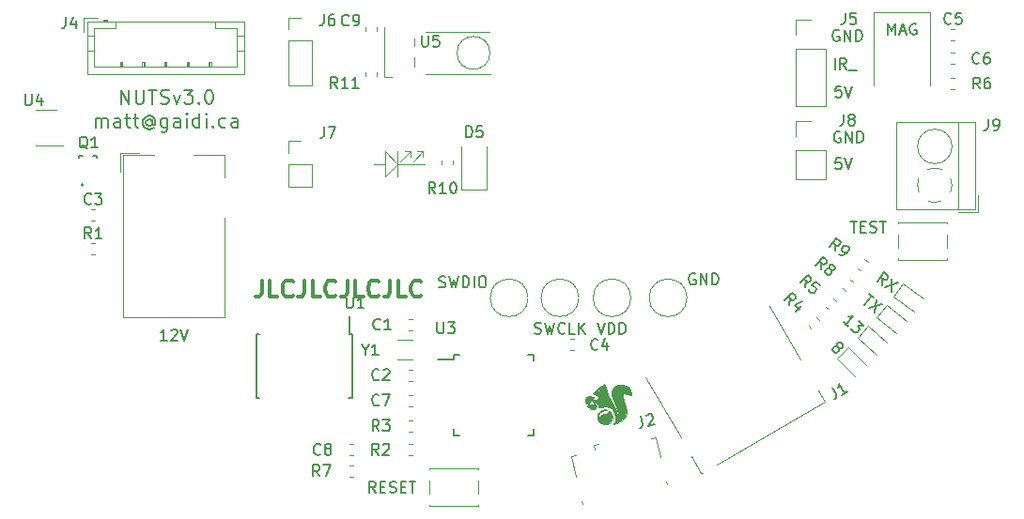
<source format=gbr>
G04 #@! TF.GenerationSoftware,KiCad,Pcbnew,(5.1.5-0-10_14)*
G04 #@! TF.CreationDate,2020-03-25T00:06:53-04:00*
G04 #@! TF.ProjectId,NUTS_PCB,4e555453-5f50-4434-922e-6b696361645f,rev?*
G04 #@! TF.SameCoordinates,Original*
G04 #@! TF.FileFunction,Legend,Top*
G04 #@! TF.FilePolarity,Positive*
%FSLAX46Y46*%
G04 Gerber Fmt 4.6, Leading zero omitted, Abs format (unit mm)*
G04 Created by KiCad (PCBNEW (5.1.5-0-10_14)) date 2020-03-25 00:06:53*
%MOMM*%
%LPD*%
G04 APERTURE LIST*
%ADD10C,0.300000*%
%ADD11C,0.203200*%
%ADD12C,0.150000*%
%ADD13C,0.120000*%
%ADD14C,0.010000*%
%ADD15C,0.127000*%
%ADD16C,0.200000*%
G04 APERTURE END LIST*
D10*
X48951428Y-49851571D02*
X48951428Y-50923000D01*
X48880000Y-51137285D01*
X48737142Y-51280142D01*
X48522857Y-51351571D01*
X48380000Y-51351571D01*
X50380000Y-51351571D02*
X49665714Y-51351571D01*
X49665714Y-49851571D01*
X51737142Y-51208714D02*
X51665714Y-51280142D01*
X51451428Y-51351571D01*
X51308571Y-51351571D01*
X51094285Y-51280142D01*
X50951428Y-51137285D01*
X50880000Y-50994428D01*
X50808571Y-50708714D01*
X50808571Y-50494428D01*
X50880000Y-50208714D01*
X50951428Y-50065857D01*
X51094285Y-49923000D01*
X51308571Y-49851571D01*
X51451428Y-49851571D01*
X51665714Y-49923000D01*
X51737142Y-49994428D01*
X52808571Y-49851571D02*
X52808571Y-50923000D01*
X52737142Y-51137285D01*
X52594285Y-51280142D01*
X52380000Y-51351571D01*
X52237142Y-51351571D01*
X54237142Y-51351571D02*
X53522857Y-51351571D01*
X53522857Y-49851571D01*
X55594285Y-51208714D02*
X55522857Y-51280142D01*
X55308571Y-51351571D01*
X55165714Y-51351571D01*
X54951428Y-51280142D01*
X54808571Y-51137285D01*
X54737142Y-50994428D01*
X54665714Y-50708714D01*
X54665714Y-50494428D01*
X54737142Y-50208714D01*
X54808571Y-50065857D01*
X54951428Y-49923000D01*
X55165714Y-49851571D01*
X55308571Y-49851571D01*
X55522857Y-49923000D01*
X55594285Y-49994428D01*
X56665714Y-49851571D02*
X56665714Y-50923000D01*
X56594285Y-51137285D01*
X56451428Y-51280142D01*
X56237142Y-51351571D01*
X56094285Y-51351571D01*
X58094285Y-51351571D02*
X57380000Y-51351571D01*
X57380000Y-49851571D01*
X59451428Y-51208714D02*
X59380000Y-51280142D01*
X59165714Y-51351571D01*
X59022857Y-51351571D01*
X58808571Y-51280142D01*
X58665714Y-51137285D01*
X58594285Y-50994428D01*
X58522857Y-50708714D01*
X58522857Y-50494428D01*
X58594285Y-50208714D01*
X58665714Y-50065857D01*
X58808571Y-49923000D01*
X59022857Y-49851571D01*
X59165714Y-49851571D01*
X59380000Y-49923000D01*
X59451428Y-49994428D01*
X60522857Y-49851571D02*
X60522857Y-50923000D01*
X60451428Y-51137285D01*
X60308571Y-51280142D01*
X60094285Y-51351571D01*
X59951428Y-51351571D01*
X61951428Y-51351571D02*
X61237142Y-51351571D01*
X61237142Y-49851571D01*
X63308571Y-51208714D02*
X63237142Y-51280142D01*
X63022857Y-51351571D01*
X62880000Y-51351571D01*
X62665714Y-51280142D01*
X62522857Y-51137285D01*
X62451428Y-50994428D01*
X62380000Y-50708714D01*
X62380000Y-50494428D01*
X62451428Y-50208714D01*
X62522857Y-50065857D01*
X62665714Y-49923000D01*
X62880000Y-49851571D01*
X63022857Y-49851571D01*
X63237142Y-49923000D01*
X63308571Y-49994428D01*
D11*
X36273619Y-33937423D02*
X36273619Y-32667423D01*
X36999333Y-33937423D01*
X36999333Y-32667423D01*
X37604095Y-32667423D02*
X37604095Y-33695519D01*
X37664571Y-33816471D01*
X37725047Y-33876947D01*
X37846000Y-33937423D01*
X38087904Y-33937423D01*
X38208857Y-33876947D01*
X38269333Y-33816471D01*
X38329809Y-33695519D01*
X38329809Y-32667423D01*
X38753142Y-32667423D02*
X39478857Y-32667423D01*
X39116000Y-33937423D02*
X39116000Y-32667423D01*
X39841714Y-33876947D02*
X40023142Y-33937423D01*
X40325523Y-33937423D01*
X40446476Y-33876947D01*
X40506952Y-33816471D01*
X40567428Y-33695519D01*
X40567428Y-33574566D01*
X40506952Y-33453614D01*
X40446476Y-33393138D01*
X40325523Y-33332661D01*
X40083619Y-33272185D01*
X39962666Y-33211709D01*
X39902190Y-33151233D01*
X39841714Y-33030280D01*
X39841714Y-32909328D01*
X39902190Y-32788376D01*
X39962666Y-32727900D01*
X40083619Y-32667423D01*
X40386000Y-32667423D01*
X40567428Y-32727900D01*
X40990761Y-33090757D02*
X41293142Y-33937423D01*
X41595523Y-33090757D01*
X41958380Y-32667423D02*
X42744571Y-32667423D01*
X42321238Y-33151233D01*
X42502666Y-33151233D01*
X42623619Y-33211709D01*
X42684095Y-33272185D01*
X42744571Y-33393138D01*
X42744571Y-33695519D01*
X42684095Y-33816471D01*
X42623619Y-33876947D01*
X42502666Y-33937423D01*
X42139809Y-33937423D01*
X42018857Y-33876947D01*
X41958380Y-33816471D01*
X43288857Y-33816471D02*
X43349333Y-33876947D01*
X43288857Y-33937423D01*
X43228380Y-33876947D01*
X43288857Y-33816471D01*
X43288857Y-33937423D01*
X44135523Y-32667423D02*
X44256476Y-32667423D01*
X44377428Y-32727900D01*
X44437904Y-32788376D01*
X44498380Y-32909328D01*
X44558857Y-33151233D01*
X44558857Y-33453614D01*
X44498380Y-33695519D01*
X44437904Y-33816471D01*
X44377428Y-33876947D01*
X44256476Y-33937423D01*
X44135523Y-33937423D01*
X44014571Y-33876947D01*
X43954095Y-33816471D01*
X43893619Y-33695519D01*
X43833142Y-33453614D01*
X43833142Y-33151233D01*
X43893619Y-32909328D01*
X43954095Y-32788376D01*
X44014571Y-32727900D01*
X44135523Y-32667423D01*
X33975523Y-36045623D02*
X33975523Y-35198957D01*
X33975523Y-35319909D02*
X34036000Y-35259433D01*
X34156952Y-35198957D01*
X34338380Y-35198957D01*
X34459333Y-35259433D01*
X34519809Y-35380385D01*
X34519809Y-36045623D01*
X34519809Y-35380385D02*
X34580285Y-35259433D01*
X34701238Y-35198957D01*
X34882666Y-35198957D01*
X35003619Y-35259433D01*
X35064095Y-35380385D01*
X35064095Y-36045623D01*
X36213142Y-36045623D02*
X36213142Y-35380385D01*
X36152666Y-35259433D01*
X36031714Y-35198957D01*
X35789809Y-35198957D01*
X35668857Y-35259433D01*
X36213142Y-35985147D02*
X36092190Y-36045623D01*
X35789809Y-36045623D01*
X35668857Y-35985147D01*
X35608380Y-35864195D01*
X35608380Y-35743242D01*
X35668857Y-35622290D01*
X35789809Y-35561814D01*
X36092190Y-35561814D01*
X36213142Y-35501338D01*
X36636476Y-35198957D02*
X37120285Y-35198957D01*
X36817904Y-34775623D02*
X36817904Y-35864195D01*
X36878380Y-35985147D01*
X36999333Y-36045623D01*
X37120285Y-36045623D01*
X37362190Y-35198957D02*
X37846000Y-35198957D01*
X37543619Y-34775623D02*
X37543619Y-35864195D01*
X37604095Y-35985147D01*
X37725047Y-36045623D01*
X37846000Y-36045623D01*
X39055523Y-35440861D02*
X38995047Y-35380385D01*
X38874095Y-35319909D01*
X38753142Y-35319909D01*
X38632190Y-35380385D01*
X38571714Y-35440861D01*
X38511238Y-35561814D01*
X38511238Y-35682766D01*
X38571714Y-35803719D01*
X38632190Y-35864195D01*
X38753142Y-35924671D01*
X38874095Y-35924671D01*
X38995047Y-35864195D01*
X39055523Y-35803719D01*
X39055523Y-35319909D02*
X39055523Y-35803719D01*
X39116000Y-35864195D01*
X39176476Y-35864195D01*
X39297428Y-35803719D01*
X39357904Y-35682766D01*
X39357904Y-35380385D01*
X39236952Y-35198957D01*
X39055523Y-35078004D01*
X38813619Y-35017528D01*
X38571714Y-35078004D01*
X38390285Y-35198957D01*
X38269333Y-35380385D01*
X38208857Y-35622290D01*
X38269333Y-35864195D01*
X38390285Y-36045623D01*
X38571714Y-36166576D01*
X38813619Y-36227052D01*
X39055523Y-36166576D01*
X39236952Y-36045623D01*
X40446476Y-35198957D02*
X40446476Y-36227052D01*
X40386000Y-36348004D01*
X40325523Y-36408480D01*
X40204571Y-36468957D01*
X40023142Y-36468957D01*
X39902190Y-36408480D01*
X40446476Y-35985147D02*
X40325523Y-36045623D01*
X40083619Y-36045623D01*
X39962666Y-35985147D01*
X39902190Y-35924671D01*
X39841714Y-35803719D01*
X39841714Y-35440861D01*
X39902190Y-35319909D01*
X39962666Y-35259433D01*
X40083619Y-35198957D01*
X40325523Y-35198957D01*
X40446476Y-35259433D01*
X41595523Y-36045623D02*
X41595523Y-35380385D01*
X41535047Y-35259433D01*
X41414095Y-35198957D01*
X41172190Y-35198957D01*
X41051238Y-35259433D01*
X41595523Y-35985147D02*
X41474571Y-36045623D01*
X41172190Y-36045623D01*
X41051238Y-35985147D01*
X40990761Y-35864195D01*
X40990761Y-35743242D01*
X41051238Y-35622290D01*
X41172190Y-35561814D01*
X41474571Y-35561814D01*
X41595523Y-35501338D01*
X42200285Y-36045623D02*
X42200285Y-35198957D01*
X42200285Y-34775623D02*
X42139809Y-34836100D01*
X42200285Y-34896576D01*
X42260761Y-34836100D01*
X42200285Y-34775623D01*
X42200285Y-34896576D01*
X43349333Y-36045623D02*
X43349333Y-34775623D01*
X43349333Y-35985147D02*
X43228380Y-36045623D01*
X42986476Y-36045623D01*
X42865523Y-35985147D01*
X42805047Y-35924671D01*
X42744571Y-35803719D01*
X42744571Y-35440861D01*
X42805047Y-35319909D01*
X42865523Y-35259433D01*
X42986476Y-35198957D01*
X43228380Y-35198957D01*
X43349333Y-35259433D01*
X43954095Y-36045623D02*
X43954095Y-35198957D01*
X43954095Y-34775623D02*
X43893619Y-34836100D01*
X43954095Y-34896576D01*
X44014571Y-34836100D01*
X43954095Y-34775623D01*
X43954095Y-34896576D01*
X44558857Y-35924671D02*
X44619333Y-35985147D01*
X44558857Y-36045623D01*
X44498380Y-35985147D01*
X44558857Y-35924671D01*
X44558857Y-36045623D01*
X45707904Y-35985147D02*
X45586952Y-36045623D01*
X45345047Y-36045623D01*
X45224095Y-35985147D01*
X45163619Y-35924671D01*
X45103142Y-35803719D01*
X45103142Y-35440861D01*
X45163619Y-35319909D01*
X45224095Y-35259433D01*
X45345047Y-35198957D01*
X45586952Y-35198957D01*
X45707904Y-35259433D01*
X46796476Y-36045623D02*
X46796476Y-35380385D01*
X46736000Y-35259433D01*
X46615047Y-35198957D01*
X46373142Y-35198957D01*
X46252190Y-35259433D01*
X46796476Y-35985147D02*
X46675523Y-36045623D01*
X46373142Y-36045623D01*
X46252190Y-35985147D01*
X46191714Y-35864195D01*
X46191714Y-35743242D01*
X46252190Y-35622290D01*
X46373142Y-35561814D01*
X46675523Y-35561814D01*
X46796476Y-35501338D01*
D12*
X101155523Y-38822380D02*
X100679333Y-38822380D01*
X100631714Y-39298571D01*
X100679333Y-39250952D01*
X100774571Y-39203333D01*
X101012666Y-39203333D01*
X101107904Y-39250952D01*
X101155523Y-39298571D01*
X101203142Y-39393809D01*
X101203142Y-39631904D01*
X101155523Y-39727142D01*
X101107904Y-39774761D01*
X101012666Y-39822380D01*
X100774571Y-39822380D01*
X100679333Y-39774761D01*
X100631714Y-39727142D01*
X101488857Y-38822380D02*
X101822190Y-39822380D01*
X102155523Y-38822380D01*
X101092095Y-36457000D02*
X100996857Y-36409380D01*
X100854000Y-36409380D01*
X100711142Y-36457000D01*
X100615904Y-36552238D01*
X100568285Y-36647476D01*
X100520666Y-36837952D01*
X100520666Y-36980809D01*
X100568285Y-37171285D01*
X100615904Y-37266523D01*
X100711142Y-37361761D01*
X100854000Y-37409380D01*
X100949238Y-37409380D01*
X101092095Y-37361761D01*
X101139714Y-37314142D01*
X101139714Y-36980809D01*
X100949238Y-36980809D01*
X101568285Y-37409380D02*
X101568285Y-36409380D01*
X102139714Y-37409380D01*
X102139714Y-36409380D01*
X102615904Y-37409380D02*
X102615904Y-36409380D01*
X102854000Y-36409380D01*
X102996857Y-36457000D01*
X103092095Y-36552238D01*
X103139714Y-36647476D01*
X103187333Y-36837952D01*
X103187333Y-36980809D01*
X103139714Y-37171285D01*
X103092095Y-37266523D01*
X102996857Y-37361761D01*
X102854000Y-37409380D01*
X102615904Y-37409380D01*
X101155523Y-32345380D02*
X100679333Y-32345380D01*
X100631714Y-32821571D01*
X100679333Y-32773952D01*
X100774571Y-32726333D01*
X101012666Y-32726333D01*
X101107904Y-32773952D01*
X101155523Y-32821571D01*
X101203142Y-32916809D01*
X101203142Y-33154904D01*
X101155523Y-33250142D01*
X101107904Y-33297761D01*
X101012666Y-33345380D01*
X100774571Y-33345380D01*
X100679333Y-33297761D01*
X100631714Y-33250142D01*
X101488857Y-32345380D02*
X101822190Y-33345380D01*
X102155523Y-32345380D01*
X100592047Y-30805380D02*
X100592047Y-29805380D01*
X101639666Y-30805380D02*
X101306333Y-30329190D01*
X101068238Y-30805380D02*
X101068238Y-29805380D01*
X101449190Y-29805380D01*
X101544428Y-29853000D01*
X101592047Y-29900619D01*
X101639666Y-29995857D01*
X101639666Y-30138714D01*
X101592047Y-30233952D01*
X101544428Y-30281571D01*
X101449190Y-30329190D01*
X101068238Y-30329190D01*
X101830142Y-30900619D02*
X102592047Y-30900619D01*
D13*
X63500000Y-38227000D02*
X63500000Y-38735000D01*
X63500000Y-38227000D02*
X62992000Y-38227000D01*
X62611000Y-39116000D02*
X63500000Y-38227000D01*
X61214000Y-39370000D02*
X63627000Y-39370000D01*
X62357000Y-38227000D02*
X62357000Y-38735000D01*
X62357000Y-38227000D02*
X61849000Y-38227000D01*
X61468000Y-39116000D02*
X62357000Y-38227000D01*
X61214000Y-38227000D02*
X61214000Y-40513000D01*
X61214000Y-39370000D02*
X60071000Y-38227000D01*
X60071000Y-40513000D02*
X61214000Y-39370000D01*
X60071000Y-38227000D02*
X60071000Y-40513000D01*
X59055000Y-39370000D02*
X60071000Y-39370000D01*
X69596000Y-31242000D02*
X63754000Y-31242000D01*
X63754000Y-27432000D02*
X69469000Y-27432000D01*
X69510123Y-29337000D02*
G75*
G03X69510123Y-29337000I-1481062J0D01*
G01*
D12*
X100965095Y-27313000D02*
X100869857Y-27265380D01*
X100727000Y-27265380D01*
X100584142Y-27313000D01*
X100488904Y-27408238D01*
X100441285Y-27503476D01*
X100393666Y-27693952D01*
X100393666Y-27836809D01*
X100441285Y-28027285D01*
X100488904Y-28122523D01*
X100584142Y-28217761D01*
X100727000Y-28265380D01*
X100822238Y-28265380D01*
X100965095Y-28217761D01*
X101012714Y-28170142D01*
X101012714Y-27836809D01*
X100822238Y-27836809D01*
X101441285Y-28265380D02*
X101441285Y-27265380D01*
X102012714Y-28265380D01*
X102012714Y-27265380D01*
X102488904Y-28265380D02*
X102488904Y-27265380D01*
X102727000Y-27265380D01*
X102869857Y-27313000D01*
X102965095Y-27408238D01*
X103012714Y-27503476D01*
X103060333Y-27693952D01*
X103060333Y-27836809D01*
X103012714Y-28027285D01*
X102965095Y-28122523D01*
X102869857Y-28217761D01*
X102727000Y-28265380D01*
X102488904Y-28265380D01*
X105392695Y-27681180D02*
X105392695Y-26681180D01*
X105726028Y-27395466D01*
X106059361Y-26681180D01*
X106059361Y-27681180D01*
X106487933Y-27395466D02*
X106964123Y-27395466D01*
X106392695Y-27681180D02*
X106726028Y-26681180D01*
X107059361Y-27681180D01*
X107916504Y-26728800D02*
X107821266Y-26681180D01*
X107678409Y-26681180D01*
X107535552Y-26728800D01*
X107440314Y-26824038D01*
X107392695Y-26919276D01*
X107345076Y-27109752D01*
X107345076Y-27252609D01*
X107392695Y-27443085D01*
X107440314Y-27538323D01*
X107535552Y-27633561D01*
X107678409Y-27681180D01*
X107773647Y-27681180D01*
X107916504Y-27633561D01*
X107964123Y-27585942D01*
X107964123Y-27252609D01*
X107773647Y-27252609D01*
D13*
X109194600Y-25704800D02*
X109194600Y-32308800D01*
X104114600Y-25704800D02*
X109194600Y-25704800D01*
X104114600Y-32308800D02*
X104114600Y-25704800D01*
X97095000Y-35500000D02*
X98425000Y-35500000D01*
X97095000Y-36830000D02*
X97095000Y-35500000D01*
X97095000Y-38100000D02*
X99755000Y-38100000D01*
X99755000Y-38100000D02*
X99755000Y-40700000D01*
X97095000Y-38100000D02*
X97095000Y-40700000D01*
X97095000Y-40700000D02*
X99755000Y-40700000D01*
X97095000Y-26356000D02*
X98425000Y-26356000D01*
X97095000Y-27686000D02*
X97095000Y-26356000D01*
X97095000Y-28956000D02*
X99755000Y-28956000D01*
X99755000Y-28956000D02*
X99755000Y-34096000D01*
X97095000Y-28956000D02*
X97095000Y-34096000D01*
X97095000Y-34096000D02*
X99755000Y-34096000D01*
X106326400Y-48012400D02*
X110726400Y-48012400D01*
X110726400Y-48012400D02*
X110726400Y-47892400D01*
X110726400Y-46882400D02*
X110726400Y-45742400D01*
X110726400Y-44732400D02*
X110726400Y-44612400D01*
X110726400Y-44612400D02*
X106326400Y-44612400D01*
X106326400Y-44612400D02*
X106326400Y-44732400D01*
X106326400Y-45742400D02*
X106326400Y-46882400D01*
X106326400Y-47892400D02*
X106326400Y-48012400D01*
X113501000Y-43675000D02*
X113501000Y-42175000D01*
X111761000Y-43675000D02*
X113501000Y-43675000D01*
X106141000Y-35615000D02*
X113261000Y-35615000D01*
X106141000Y-43435000D02*
X113261000Y-43435000D01*
X113261000Y-43435000D02*
X113261000Y-35615000D01*
X106141000Y-43435000D02*
X106141000Y-35615000D01*
X111701000Y-43435000D02*
X111701000Y-35615000D01*
X111156000Y-37775000D02*
G75*
G03X111156000Y-37775000I-1555000J0D01*
G01*
X111156492Y-41247989D02*
G75*
G02X111033000Y-41883000I-1555492J-27011D01*
G01*
X110208742Y-42707109D02*
G75*
G02X108993000Y-42707000I-607742J1432109D01*
G01*
X108168891Y-41882742D02*
G75*
G02X108169000Y-40667000I1432109J607742D01*
G01*
X108993258Y-39842891D02*
G75*
G02X110209000Y-39843000I607742J-1432109D01*
G01*
X111032385Y-40667413D02*
G75*
G02X111156000Y-41275000I-1431385J-607587D01*
G01*
D14*
G36*
X78755614Y-60346758D02*
G01*
X78893797Y-60401159D01*
X78903120Y-60471890D01*
X78778713Y-60537816D01*
X78614261Y-60656297D01*
X78525579Y-60797911D01*
X78405601Y-60953517D01*
X78244824Y-60999115D01*
X78105122Y-60925860D01*
X78069684Y-60863089D01*
X78078546Y-60695190D01*
X78145477Y-60581051D01*
X78224917Y-60448605D01*
X78218074Y-60381629D01*
X78256329Y-60347053D01*
X78419464Y-60327014D01*
X78509226Y-60325000D01*
X78755614Y-60346758D01*
G37*
X78755614Y-60346758D02*
X78893797Y-60401159D01*
X78903120Y-60471890D01*
X78778713Y-60537816D01*
X78614261Y-60656297D01*
X78525579Y-60797911D01*
X78405601Y-60953517D01*
X78244824Y-60999115D01*
X78105122Y-60925860D01*
X78069684Y-60863089D01*
X78078546Y-60695190D01*
X78145477Y-60581051D01*
X78224917Y-60448605D01*
X78218074Y-60381629D01*
X78256329Y-60347053D01*
X78419464Y-60327014D01*
X78509226Y-60325000D01*
X78755614Y-60346758D01*
G36*
X79048471Y-61057478D02*
G01*
X79086598Y-61119470D01*
X79079569Y-61301792D01*
X78956068Y-61453139D01*
X78781346Y-61510333D01*
X78609583Y-61459256D01*
X78431880Y-61348288D01*
X78302303Y-61216553D01*
X78310009Y-61126742D01*
X78466645Y-61064289D01*
X78689133Y-61026607D01*
X78926212Y-61011691D01*
X79048471Y-61057478D01*
G37*
X79048471Y-61057478D02*
X79086598Y-61119470D01*
X79079569Y-61301792D01*
X78956068Y-61453139D01*
X78781346Y-61510333D01*
X78609583Y-61459256D01*
X78431880Y-61348288D01*
X78302303Y-61216553D01*
X78310009Y-61126742D01*
X78466645Y-61064289D01*
X78689133Y-61026607D01*
X78926212Y-61011691D01*
X79048471Y-61057478D01*
G36*
X79823863Y-59206712D02*
G01*
X79870948Y-59319639D01*
X79946609Y-59544509D01*
X80031012Y-59830942D01*
X80053000Y-59912305D01*
X80150943Y-60176114D01*
X80311771Y-60504170D01*
X80489999Y-60808184D01*
X80675148Y-61133725D01*
X80814284Y-61451882D01*
X80875147Y-61674269D01*
X80919656Y-61874138D01*
X80976735Y-61968648D01*
X80997178Y-61967649D01*
X81042020Y-61846753D01*
X81014577Y-61608820D01*
X80922619Y-61286026D01*
X80773920Y-60910548D01*
X80707220Y-60767077D01*
X80575964Y-60454316D01*
X80486037Y-60160172D01*
X80457784Y-59962743D01*
X80541913Y-59671165D01*
X80751131Y-59444297D01*
X81047779Y-59300075D01*
X81394201Y-59256433D01*
X81752739Y-59331309D01*
X81769325Y-59338074D01*
X81985647Y-59460888D01*
X82110517Y-59640118D01*
X82169577Y-59819142D01*
X82220392Y-60042280D01*
X82235725Y-60185808D01*
X82229898Y-60207658D01*
X82137875Y-60200039D01*
X81949877Y-60138782D01*
X81874525Y-60108653D01*
X81643682Y-60036942D01*
X81494750Y-60039254D01*
X81478651Y-60050149D01*
X81467501Y-60165926D01*
X81518546Y-60398711D01*
X81616793Y-60692873D01*
X81785872Y-61263664D01*
X81821215Y-61736935D01*
X81718826Y-62123982D01*
X81474707Y-62436104D01*
X81084863Y-62684597D01*
X80881756Y-62770794D01*
X80669612Y-62851451D01*
X80778573Y-62540726D01*
X80844140Y-62141245D01*
X80766557Y-61786980D01*
X80570497Y-61500575D01*
X80280633Y-61304674D01*
X79921637Y-61221923D01*
X79518183Y-61274967D01*
X79431936Y-61304779D01*
X79321064Y-61287084D01*
X79275904Y-61156973D01*
X79184686Y-60983181D01*
X78972834Y-60878991D01*
X78762915Y-60794145D01*
X78708978Y-60719759D01*
X78812874Y-60672328D01*
X78948688Y-60663667D01*
X79190679Y-60602647D01*
X79289292Y-60496279D01*
X79326975Y-60380159D01*
X79264573Y-60295015D01*
X79071763Y-60200578D01*
X79064263Y-60197438D01*
X78749651Y-60065985D01*
X78998984Y-59817000D01*
X79163334Y-59817000D01*
X79182527Y-59889483D01*
X79243003Y-59901667D01*
X79358846Y-59857462D01*
X79375000Y-59817000D01*
X79314233Y-59734757D01*
X79295330Y-59732333D01*
X79180663Y-59793877D01*
X79163334Y-59817000D01*
X78998984Y-59817000D01*
X79083492Y-59732611D01*
X79285171Y-59547790D01*
X79450348Y-59425517D01*
X79518960Y-59396452D01*
X79640245Y-59328240D01*
X79703506Y-59245500D01*
X79769346Y-59158394D01*
X79823863Y-59206712D01*
G37*
X79823863Y-59206712D02*
X79870948Y-59319639D01*
X79946609Y-59544509D01*
X80031012Y-59830942D01*
X80053000Y-59912305D01*
X80150943Y-60176114D01*
X80311771Y-60504170D01*
X80489999Y-60808184D01*
X80675148Y-61133725D01*
X80814284Y-61451882D01*
X80875147Y-61674269D01*
X80919656Y-61874138D01*
X80976735Y-61968648D01*
X80997178Y-61967649D01*
X81042020Y-61846753D01*
X81014577Y-61608820D01*
X80922619Y-61286026D01*
X80773920Y-60910548D01*
X80707220Y-60767077D01*
X80575964Y-60454316D01*
X80486037Y-60160172D01*
X80457784Y-59962743D01*
X80541913Y-59671165D01*
X80751131Y-59444297D01*
X81047779Y-59300075D01*
X81394201Y-59256433D01*
X81752739Y-59331309D01*
X81769325Y-59338074D01*
X81985647Y-59460888D01*
X82110517Y-59640118D01*
X82169577Y-59819142D01*
X82220392Y-60042280D01*
X82235725Y-60185808D01*
X82229898Y-60207658D01*
X82137875Y-60200039D01*
X81949877Y-60138782D01*
X81874525Y-60108653D01*
X81643682Y-60036942D01*
X81494750Y-60039254D01*
X81478651Y-60050149D01*
X81467501Y-60165926D01*
X81518546Y-60398711D01*
X81616793Y-60692873D01*
X81785872Y-61263664D01*
X81821215Y-61736935D01*
X81718826Y-62123982D01*
X81474707Y-62436104D01*
X81084863Y-62684597D01*
X80881756Y-62770794D01*
X80669612Y-62851451D01*
X80778573Y-62540726D01*
X80844140Y-62141245D01*
X80766557Y-61786980D01*
X80570497Y-61500575D01*
X80280633Y-61304674D01*
X79921637Y-61221923D01*
X79518183Y-61274967D01*
X79431936Y-61304779D01*
X79321064Y-61287084D01*
X79275904Y-61156973D01*
X79184686Y-60983181D01*
X78972834Y-60878991D01*
X78762915Y-60794145D01*
X78708978Y-60719759D01*
X78812874Y-60672328D01*
X78948688Y-60663667D01*
X79190679Y-60602647D01*
X79289292Y-60496279D01*
X79326975Y-60380159D01*
X79264573Y-60295015D01*
X79071763Y-60200578D01*
X79064263Y-60197438D01*
X78749651Y-60065985D01*
X78998984Y-59817000D01*
X79163334Y-59817000D01*
X79182527Y-59889483D01*
X79243003Y-59901667D01*
X79358846Y-59857462D01*
X79375000Y-59817000D01*
X79314233Y-59734757D01*
X79295330Y-59732333D01*
X79180663Y-59793877D01*
X79163334Y-59817000D01*
X78998984Y-59817000D01*
X79083492Y-59732611D01*
X79285171Y-59547790D01*
X79450348Y-59425517D01*
X79518960Y-59396452D01*
X79640245Y-59328240D01*
X79703506Y-59245500D01*
X79769346Y-59158394D01*
X79823863Y-59206712D01*
G36*
X80094667Y-61530368D02*
G01*
X79863347Y-61583850D01*
X79606696Y-61687460D01*
X79400074Y-61847528D01*
X79294812Y-62021414D01*
X79290334Y-62059838D01*
X79331342Y-62175053D01*
X79446780Y-62146010D01*
X79590178Y-62014454D01*
X79812477Y-61877690D01*
X79963133Y-61866287D01*
X80127396Y-61854432D01*
X80168899Y-61752846D01*
X80168690Y-61749862D01*
X80197068Y-61646846D01*
X80284016Y-61663820D01*
X80393903Y-61780061D01*
X80472795Y-61926733D01*
X80528480Y-62235121D01*
X80453250Y-62506741D01*
X80280308Y-62718837D01*
X80042859Y-62848650D01*
X79774107Y-62873422D01*
X79507257Y-62770396D01*
X79389759Y-62669043D01*
X79231818Y-62396387D01*
X79205477Y-62093302D01*
X79308534Y-61815294D01*
X79428752Y-61685812D01*
X79652433Y-61564419D01*
X79873252Y-61520350D01*
X80094667Y-61530368D01*
G37*
X80094667Y-61530368D02*
X79863347Y-61583850D01*
X79606696Y-61687460D01*
X79400074Y-61847528D01*
X79294812Y-62021414D01*
X79290334Y-62059838D01*
X79331342Y-62175053D01*
X79446780Y-62146010D01*
X79590178Y-62014454D01*
X79812477Y-61877690D01*
X79963133Y-61866287D01*
X80127396Y-61854432D01*
X80168899Y-61752846D01*
X80168690Y-61749862D01*
X80197068Y-61646846D01*
X80284016Y-61663820D01*
X80393903Y-61780061D01*
X80472795Y-61926733D01*
X80528480Y-62235121D01*
X80453250Y-62506741D01*
X80280308Y-62718837D01*
X80042859Y-62848650D01*
X79774107Y-62873422D01*
X79507257Y-62770396D01*
X79389759Y-62669043D01*
X79231818Y-62396387D01*
X79205477Y-62093302D01*
X79308534Y-61815294D01*
X79428752Y-61685812D01*
X79652433Y-61564419D01*
X79873252Y-61520350D01*
X80094667Y-61530368D01*
D13*
X87268000Y-51435000D02*
G75*
G03X87268000Y-51435000I-1700000J0D01*
G01*
X82218000Y-51435000D02*
G75*
G03X82218000Y-51435000I-1700000J0D01*
G01*
X51391000Y-37294000D02*
X52451000Y-37294000D01*
X51391000Y-38354000D02*
X51391000Y-37294000D01*
X51391000Y-39354000D02*
X53511000Y-39354000D01*
X53511000Y-39354000D02*
X53511000Y-41414000D01*
X51391000Y-39354000D02*
X51391000Y-41414000D01*
X51391000Y-41414000D02*
X53511000Y-41414000D01*
X51391000Y-26150000D02*
X52451000Y-26150000D01*
X51391000Y-27210000D02*
X51391000Y-26150000D01*
X51391000Y-28210000D02*
X53511000Y-28210000D01*
X53511000Y-28210000D02*
X53511000Y-32270000D01*
X51391000Y-28210000D02*
X51391000Y-32270000D01*
X51391000Y-32270000D02*
X53511000Y-32270000D01*
X59311000Y-31430279D02*
X59311000Y-31104721D01*
X58291000Y-31430279D02*
X58291000Y-31104721D01*
X58291000Y-27015221D02*
X58291000Y-27340779D01*
X59311000Y-27015221D02*
X59311000Y-27340779D01*
X62722000Y-29710000D02*
X62722000Y-30610000D01*
X62722000Y-28030000D02*
X62722000Y-28710000D01*
X59962000Y-31540000D02*
X60672000Y-31540000D01*
X59962000Y-26990000D02*
X59962000Y-31540000D01*
X66169000Y-39405779D02*
X66169000Y-39080221D01*
X65149000Y-39405779D02*
X65149000Y-39080221D01*
X69207000Y-41658000D02*
X69207000Y-37773000D01*
X66937000Y-41658000D02*
X69207000Y-41658000D01*
X66937000Y-37773000D02*
X66937000Y-41658000D01*
X64051000Y-70212000D02*
X68451000Y-70212000D01*
X68451000Y-70212000D02*
X68451000Y-70092000D01*
X68451000Y-69082000D02*
X68451000Y-67942000D01*
X68451000Y-66932000D02*
X68451000Y-66812000D01*
X68451000Y-66812000D02*
X64051000Y-66812000D01*
X64051000Y-66812000D02*
X64051000Y-66932000D01*
X64051000Y-67942000D02*
X64051000Y-69082000D01*
X64051000Y-70092000D02*
X64051000Y-70212000D01*
X77519000Y-51435000D02*
G75*
G03X77519000Y-51435000I-1700000J0D01*
G01*
X72947000Y-51435000D02*
G75*
G03X72947000Y-51435000I-1700000J0D01*
G01*
D15*
X33749000Y-38586500D02*
X34061500Y-38586500D01*
D16*
X32874000Y-41224000D02*
G75*
G03X32874000Y-41224000I-100000J0D01*
G01*
D15*
X34061500Y-38586500D02*
X34061500Y-38804000D01*
X32486500Y-38586500D02*
X32799000Y-38586500D01*
X32486500Y-38804000D02*
X32486500Y-38586500D01*
D13*
X62544000Y-57009000D02*
X61194000Y-57009000D01*
X62544000Y-55259000D02*
X61194000Y-55259000D01*
X28607000Y-37678000D02*
X31057000Y-37678000D01*
X30407000Y-34458000D02*
X28607000Y-34458000D01*
D12*
X66225000Y-56998000D02*
X64850000Y-56998000D01*
X73475000Y-56573000D02*
X72950000Y-56573000D01*
X73475000Y-63823000D02*
X72950000Y-63823000D01*
X66225000Y-63823000D02*
X66750000Y-63823000D01*
X66225000Y-56573000D02*
X66750000Y-56573000D01*
X66225000Y-63823000D02*
X66225000Y-63298000D01*
X73475000Y-63823000D02*
X73475000Y-63298000D01*
X73475000Y-56573000D02*
X73475000Y-57098000D01*
X66225000Y-56573000D02*
X66225000Y-56998000D01*
X56881200Y-54681400D02*
X56881200Y-53081400D01*
X48456200Y-54681400D02*
X48456200Y-60431400D01*
X57106200Y-54681400D02*
X57106200Y-60431400D01*
X48456200Y-54681400D02*
X48756200Y-54681400D01*
X48456200Y-60431400D02*
X48756200Y-60431400D01*
X57106200Y-60431400D02*
X56806200Y-60431400D01*
X57106200Y-54681400D02*
X56881200Y-54681400D01*
D13*
X103553360Y-48165999D02*
X103289979Y-47974641D01*
X102953819Y-48991197D02*
X102690438Y-48799839D01*
X102222854Y-49985106D02*
X101969848Y-49780225D01*
X101580948Y-50777795D02*
X101327942Y-50572914D01*
X56834721Y-67540600D02*
X57160279Y-67540600D01*
X56834721Y-66520600D02*
X57160279Y-66520600D01*
X111389279Y-31621000D02*
X111063721Y-31621000D01*
X111389279Y-32641000D02*
X111063721Y-32641000D01*
X100740398Y-51704777D02*
X100498461Y-51486936D01*
X100057885Y-52462784D02*
X99815948Y-52244943D01*
X99180127Y-53450078D02*
X98949922Y-53219873D01*
X98458878Y-54171327D02*
X98228673Y-53941122D01*
X62494279Y-62482000D02*
X62168721Y-62482000D01*
X62494279Y-63502000D02*
X62168721Y-63502000D01*
X62168721Y-65661000D02*
X62494279Y-65661000D01*
X62168721Y-64641000D02*
X62494279Y-64641000D01*
X33919279Y-46480000D02*
X33593721Y-46480000D01*
X33919279Y-47500000D02*
X33593721Y-47500000D01*
X32915000Y-26211000D02*
X32915000Y-27461000D01*
X34165000Y-26211000D02*
X32915000Y-26211000D01*
X44275000Y-30621000D02*
X44275000Y-30121000D01*
X44375000Y-30121000D02*
X44375000Y-30621000D01*
X44175000Y-30121000D02*
X44375000Y-30121000D01*
X44175000Y-30621000D02*
X44175000Y-30121000D01*
X42275000Y-30621000D02*
X42275000Y-30121000D01*
X42375000Y-30121000D02*
X42375000Y-30621000D01*
X42175000Y-30121000D02*
X42375000Y-30121000D01*
X42175000Y-30621000D02*
X42175000Y-30121000D01*
X40275000Y-30621000D02*
X40275000Y-30121000D01*
X40375000Y-30121000D02*
X40375000Y-30621000D01*
X40175000Y-30121000D02*
X40375000Y-30121000D01*
X40175000Y-30621000D02*
X40175000Y-30121000D01*
X38275000Y-30621000D02*
X38275000Y-30121000D01*
X38375000Y-30121000D02*
X38375000Y-30621000D01*
X38175000Y-30121000D02*
X38375000Y-30121000D01*
X38175000Y-30621000D02*
X38175000Y-30121000D01*
X36275000Y-30621000D02*
X36275000Y-30121000D01*
X36375000Y-30121000D02*
X36375000Y-30621000D01*
X36175000Y-30121000D02*
X36375000Y-30121000D01*
X36175000Y-30621000D02*
X36175000Y-30121000D01*
X47335000Y-29121000D02*
X46725000Y-29121000D01*
X47335000Y-27821000D02*
X46725000Y-27821000D01*
X33215000Y-29121000D02*
X33825000Y-29121000D01*
X33215000Y-27821000D02*
X33825000Y-27821000D01*
X44775000Y-27121000D02*
X44775000Y-26511000D01*
X46725000Y-27121000D02*
X44775000Y-27121000D01*
X46725000Y-30621000D02*
X46725000Y-27121000D01*
X33825000Y-30621000D02*
X46725000Y-30621000D01*
X33825000Y-27121000D02*
X33825000Y-30621000D01*
X35775000Y-27121000D02*
X33825000Y-27121000D01*
X35775000Y-26511000D02*
X35775000Y-27121000D01*
X34975000Y-26411000D02*
X34675000Y-26411000D01*
X34675000Y-26311000D02*
X34675000Y-26511000D01*
X34975000Y-26311000D02*
X34675000Y-26311000D01*
X34975000Y-26511000D02*
X34975000Y-26311000D01*
X47335000Y-26511000D02*
X33215000Y-26511000D01*
X47335000Y-31231000D02*
X47335000Y-26511000D01*
X33215000Y-31231000D02*
X47335000Y-31231000D01*
X33215000Y-26511000D02*
X33215000Y-31231000D01*
X36181000Y-38330000D02*
X37921000Y-38330000D01*
X36181000Y-40070000D02*
X36181000Y-38330000D01*
X45621000Y-38570000D02*
X45621000Y-40570000D01*
X42821000Y-38570000D02*
X45621000Y-38570000D01*
X36421000Y-38570000D02*
X39221000Y-38570000D01*
X36421000Y-53170000D02*
X36421000Y-38570000D01*
X45621000Y-53170000D02*
X36421000Y-53170000D01*
X45621000Y-44170000D02*
X45621000Y-53170000D01*
X78866625Y-64712354D02*
X78967853Y-65150821D01*
X78866625Y-64712354D02*
X79305091Y-64611126D01*
X84446820Y-63988532D02*
X84008353Y-64089760D01*
X84862979Y-65791116D02*
X84446820Y-63988532D01*
X77836518Y-70030378D02*
X77780280Y-69786786D01*
X85436605Y-68275760D02*
X85380367Y-68032167D01*
X77262893Y-67545734D02*
X76846734Y-65743150D01*
X76846734Y-65743150D02*
X77285200Y-65641922D01*
X88653745Y-67204609D02*
X88558483Y-67259609D01*
X99124229Y-59820019D02*
X99704229Y-60824609D01*
X99704229Y-60824609D02*
X89952783Y-66454609D01*
X88558483Y-67259609D02*
X87653483Y-65692103D01*
X97499229Y-57005437D02*
X94699229Y-52155695D01*
X86703483Y-64046655D02*
X83553483Y-58590695D01*
X105861489Y-51340247D02*
X107710092Y-52683337D01*
X106725533Y-50150992D02*
X105861489Y-51340247D01*
X108574137Y-51494082D02*
X106725533Y-50150992D01*
X104375186Y-53217672D02*
X106150964Y-54655669D01*
X105300287Y-52075267D02*
X104375186Y-53217672D01*
X107076065Y-53513264D02*
X105300287Y-52075267D01*
X102621846Y-55070492D02*
X104319932Y-56599456D01*
X103605468Y-53978070D02*
X102621846Y-55070492D01*
X105303554Y-55507033D02*
X103605468Y-53978070D01*
X100794176Y-56901023D02*
X102409915Y-58516762D01*
X101833623Y-55861576D02*
X100794176Y-56901023D01*
X103449362Y-57477315D02*
X101833623Y-55861576D01*
X56834821Y-65661000D02*
X57160379Y-65661000D01*
X56834821Y-64641000D02*
X57160379Y-64641000D01*
X62494279Y-60196000D02*
X62168721Y-60196000D01*
X62494279Y-61216000D02*
X62168721Y-61216000D01*
X111063721Y-30355000D02*
X111389279Y-30355000D01*
X111063721Y-29335000D02*
X111389279Y-29335000D01*
X111389279Y-27176000D02*
X111063721Y-27176000D01*
X111389279Y-28196000D02*
X111063721Y-28196000D01*
X76748321Y-56186800D02*
X77073879Y-56186800D01*
X76748321Y-55166800D02*
X77073879Y-55166800D01*
X33919279Y-43432000D02*
X33593721Y-43432000D01*
X33919279Y-44452000D02*
X33593721Y-44452000D01*
X62494279Y-57910000D02*
X62168721Y-57910000D01*
X62494279Y-58930000D02*
X62168721Y-58930000D01*
X62494279Y-53338000D02*
X62168721Y-53338000D01*
X62494279Y-54358000D02*
X62168721Y-54358000D01*
D12*
X101393666Y-34885380D02*
X101393666Y-35599666D01*
X101346047Y-35742523D01*
X101250809Y-35837761D01*
X101107952Y-35885380D01*
X101012714Y-35885380D01*
X102012714Y-35313952D02*
X101917476Y-35266333D01*
X101869857Y-35218714D01*
X101822238Y-35123476D01*
X101822238Y-35075857D01*
X101869857Y-34980619D01*
X101917476Y-34933000D01*
X102012714Y-34885380D01*
X102203190Y-34885380D01*
X102298428Y-34933000D01*
X102346047Y-34980619D01*
X102393666Y-35075857D01*
X102393666Y-35123476D01*
X102346047Y-35218714D01*
X102298428Y-35266333D01*
X102203190Y-35313952D01*
X102012714Y-35313952D01*
X101917476Y-35361571D01*
X101869857Y-35409190D01*
X101822238Y-35504428D01*
X101822238Y-35694904D01*
X101869857Y-35790142D01*
X101917476Y-35837761D01*
X102012714Y-35885380D01*
X102203190Y-35885380D01*
X102298428Y-35837761D01*
X102346047Y-35790142D01*
X102393666Y-35694904D01*
X102393666Y-35504428D01*
X102346047Y-35409190D01*
X102298428Y-35361571D01*
X102203190Y-35313952D01*
X101520666Y-25741380D02*
X101520666Y-26455666D01*
X101473047Y-26598523D01*
X101377809Y-26693761D01*
X101234952Y-26741380D01*
X101139714Y-26741380D01*
X102473047Y-25741380D02*
X101996857Y-25741380D01*
X101949238Y-26217571D01*
X101996857Y-26169952D01*
X102092095Y-26122333D01*
X102330190Y-26122333D01*
X102425428Y-26169952D01*
X102473047Y-26217571D01*
X102520666Y-26312809D01*
X102520666Y-26550904D01*
X102473047Y-26646142D01*
X102425428Y-26693761D01*
X102330190Y-26741380D01*
X102092095Y-26741380D01*
X101996857Y-26693761D01*
X101949238Y-26646142D01*
X102011361Y-44537380D02*
X102582790Y-44537380D01*
X102297076Y-45537380D02*
X102297076Y-44537380D01*
X102916123Y-45013571D02*
X103249457Y-45013571D01*
X103392314Y-45537380D02*
X102916123Y-45537380D01*
X102916123Y-44537380D01*
X103392314Y-44537380D01*
X103773266Y-45489761D02*
X103916123Y-45537380D01*
X104154219Y-45537380D01*
X104249457Y-45489761D01*
X104297076Y-45442142D01*
X104344695Y-45346904D01*
X104344695Y-45251666D01*
X104297076Y-45156428D01*
X104249457Y-45108809D01*
X104154219Y-45061190D01*
X103963742Y-45013571D01*
X103868504Y-44965952D01*
X103820885Y-44918333D01*
X103773266Y-44823095D01*
X103773266Y-44727857D01*
X103820885Y-44632619D01*
X103868504Y-44585000D01*
X103963742Y-44537380D01*
X104201838Y-44537380D01*
X104344695Y-44585000D01*
X104630409Y-44537380D02*
X105201838Y-44537380D01*
X104916123Y-45537380D02*
X104916123Y-44537380D01*
X114423866Y-35317180D02*
X114423866Y-36031466D01*
X114376247Y-36174323D01*
X114281009Y-36269561D01*
X114138152Y-36317180D01*
X114042914Y-36317180D01*
X114947676Y-36317180D02*
X115138152Y-36317180D01*
X115233390Y-36269561D01*
X115281009Y-36221942D01*
X115376247Y-36079085D01*
X115423866Y-35888609D01*
X115423866Y-35507657D01*
X115376247Y-35412419D01*
X115328628Y-35364800D01*
X115233390Y-35317180D01*
X115042914Y-35317180D01*
X114947676Y-35364800D01*
X114900057Y-35412419D01*
X114852438Y-35507657D01*
X114852438Y-35745752D01*
X114900057Y-35840990D01*
X114947676Y-35888609D01*
X115042914Y-35936228D01*
X115233390Y-35936228D01*
X115328628Y-35888609D01*
X115376247Y-35840990D01*
X115423866Y-35745752D01*
X88011095Y-49284000D02*
X87915857Y-49236380D01*
X87773000Y-49236380D01*
X87630142Y-49284000D01*
X87534904Y-49379238D01*
X87487285Y-49474476D01*
X87439666Y-49664952D01*
X87439666Y-49807809D01*
X87487285Y-49998285D01*
X87534904Y-50093523D01*
X87630142Y-50188761D01*
X87773000Y-50236380D01*
X87868238Y-50236380D01*
X88011095Y-50188761D01*
X88058714Y-50141142D01*
X88058714Y-49807809D01*
X87868238Y-49807809D01*
X88487285Y-50236380D02*
X88487285Y-49236380D01*
X89058714Y-50236380D01*
X89058714Y-49236380D01*
X89534904Y-50236380D02*
X89534904Y-49236380D01*
X89773000Y-49236380D01*
X89915857Y-49284000D01*
X90011095Y-49379238D01*
X90058714Y-49474476D01*
X90106333Y-49664952D01*
X90106333Y-49807809D01*
X90058714Y-49998285D01*
X90011095Y-50093523D01*
X89915857Y-50188761D01*
X89773000Y-50236380D01*
X89534904Y-50236380D01*
X79184666Y-53681380D02*
X79518000Y-54681380D01*
X79851333Y-53681380D01*
X80184666Y-54681380D02*
X80184666Y-53681380D01*
X80422761Y-53681380D01*
X80565619Y-53729000D01*
X80660857Y-53824238D01*
X80708476Y-53919476D01*
X80756095Y-54109952D01*
X80756095Y-54252809D01*
X80708476Y-54443285D01*
X80660857Y-54538523D01*
X80565619Y-54633761D01*
X80422761Y-54681380D01*
X80184666Y-54681380D01*
X81184666Y-54681380D02*
X81184666Y-53681380D01*
X81422761Y-53681380D01*
X81565619Y-53729000D01*
X81660857Y-53824238D01*
X81708476Y-53919476D01*
X81756095Y-54109952D01*
X81756095Y-54252809D01*
X81708476Y-54443285D01*
X81660857Y-54538523D01*
X81565619Y-54633761D01*
X81422761Y-54681380D01*
X81184666Y-54681380D01*
X54581466Y-36002980D02*
X54581466Y-36717266D01*
X54533847Y-36860123D01*
X54438609Y-36955361D01*
X54295752Y-37002980D01*
X54200514Y-37002980D01*
X54962419Y-36002980D02*
X55629085Y-36002980D01*
X55200514Y-37002980D01*
X54530666Y-25868380D02*
X54530666Y-26582666D01*
X54483047Y-26725523D01*
X54387809Y-26820761D01*
X54244952Y-26868380D01*
X54149714Y-26868380D01*
X55435428Y-25868380D02*
X55244952Y-25868380D01*
X55149714Y-25916000D01*
X55102095Y-25963619D01*
X55006857Y-26106476D01*
X54959238Y-26296952D01*
X54959238Y-26677904D01*
X55006857Y-26773142D01*
X55054476Y-26820761D01*
X55149714Y-26868380D01*
X55340190Y-26868380D01*
X55435428Y-26820761D01*
X55483047Y-26773142D01*
X55530666Y-26677904D01*
X55530666Y-26439809D01*
X55483047Y-26344571D01*
X55435428Y-26296952D01*
X55340190Y-26249333D01*
X55149714Y-26249333D01*
X55054476Y-26296952D01*
X55006857Y-26344571D01*
X54959238Y-26439809D01*
X55770542Y-32507180D02*
X55437209Y-32030990D01*
X55199114Y-32507180D02*
X55199114Y-31507180D01*
X55580066Y-31507180D01*
X55675304Y-31554800D01*
X55722923Y-31602419D01*
X55770542Y-31697657D01*
X55770542Y-31840514D01*
X55722923Y-31935752D01*
X55675304Y-31983371D01*
X55580066Y-32030990D01*
X55199114Y-32030990D01*
X56722923Y-32507180D02*
X56151495Y-32507180D01*
X56437209Y-32507180D02*
X56437209Y-31507180D01*
X56341971Y-31650038D01*
X56246733Y-31745276D01*
X56151495Y-31792895D01*
X57675304Y-32507180D02*
X57103876Y-32507180D01*
X57389590Y-32507180D02*
X57389590Y-31507180D01*
X57294352Y-31650038D01*
X57199114Y-31745276D01*
X57103876Y-31792895D01*
X56780133Y-26798542D02*
X56732514Y-26846161D01*
X56589657Y-26893780D01*
X56494419Y-26893780D01*
X56351561Y-26846161D01*
X56256323Y-26750923D01*
X56208704Y-26655685D01*
X56161085Y-26465209D01*
X56161085Y-26322352D01*
X56208704Y-26131876D01*
X56256323Y-26036638D01*
X56351561Y-25941400D01*
X56494419Y-25893780D01*
X56589657Y-25893780D01*
X56732514Y-25941400D01*
X56780133Y-25989019D01*
X57256323Y-26893780D02*
X57446800Y-26893780D01*
X57542038Y-26846161D01*
X57589657Y-26798542D01*
X57684895Y-26655685D01*
X57732514Y-26465209D01*
X57732514Y-26084257D01*
X57684895Y-25989019D01*
X57637276Y-25941400D01*
X57542038Y-25893780D01*
X57351561Y-25893780D01*
X57256323Y-25941400D01*
X57208704Y-25989019D01*
X57161085Y-26084257D01*
X57161085Y-26322352D01*
X57208704Y-26417590D01*
X57256323Y-26465209D01*
X57351561Y-26512828D01*
X57542038Y-26512828D01*
X57637276Y-26465209D01*
X57684895Y-26417590D01*
X57732514Y-26322352D01*
X63373095Y-27773380D02*
X63373095Y-28582904D01*
X63420714Y-28678142D01*
X63468333Y-28725761D01*
X63563571Y-28773380D01*
X63754047Y-28773380D01*
X63849285Y-28725761D01*
X63896904Y-28678142D01*
X63944523Y-28582904D01*
X63944523Y-27773380D01*
X64896904Y-27773380D02*
X64420714Y-27773380D01*
X64373095Y-28249571D01*
X64420714Y-28201952D01*
X64515952Y-28154333D01*
X64754047Y-28154333D01*
X64849285Y-28201952D01*
X64896904Y-28249571D01*
X64944523Y-28344809D01*
X64944523Y-28582904D01*
X64896904Y-28678142D01*
X64849285Y-28725761D01*
X64754047Y-28773380D01*
X64515952Y-28773380D01*
X64420714Y-28725761D01*
X64373095Y-28678142D01*
X64584342Y-42006780D02*
X64251009Y-41530590D01*
X64012914Y-42006780D02*
X64012914Y-41006780D01*
X64393866Y-41006780D01*
X64489104Y-41054400D01*
X64536723Y-41102019D01*
X64584342Y-41197257D01*
X64584342Y-41340114D01*
X64536723Y-41435352D01*
X64489104Y-41482971D01*
X64393866Y-41530590D01*
X64012914Y-41530590D01*
X65536723Y-42006780D02*
X64965295Y-42006780D01*
X65251009Y-42006780D02*
X65251009Y-41006780D01*
X65155771Y-41149638D01*
X65060533Y-41244876D01*
X64965295Y-41292495D01*
X66155771Y-41006780D02*
X66251009Y-41006780D01*
X66346247Y-41054400D01*
X66393866Y-41102019D01*
X66441485Y-41197257D01*
X66489104Y-41387733D01*
X66489104Y-41625828D01*
X66441485Y-41816304D01*
X66393866Y-41911542D01*
X66346247Y-41959161D01*
X66251009Y-42006780D01*
X66155771Y-42006780D01*
X66060533Y-41959161D01*
X66012914Y-41911542D01*
X65965295Y-41816304D01*
X65917676Y-41625828D01*
X65917676Y-41387733D01*
X65965295Y-41197257D01*
X66012914Y-41102019D01*
X66060533Y-41054400D01*
X66155771Y-41006780D01*
X67359304Y-36952180D02*
X67359304Y-35952180D01*
X67597400Y-35952180D01*
X67740257Y-35999800D01*
X67835495Y-36095038D01*
X67883114Y-36190276D01*
X67930733Y-36380752D01*
X67930733Y-36523609D01*
X67883114Y-36714085D01*
X67835495Y-36809323D01*
X67740257Y-36904561D01*
X67597400Y-36952180D01*
X67359304Y-36952180D01*
X68835495Y-35952180D02*
X68359304Y-35952180D01*
X68311685Y-36428371D01*
X68359304Y-36380752D01*
X68454542Y-36333133D01*
X68692638Y-36333133D01*
X68787876Y-36380752D01*
X68835495Y-36428371D01*
X68883114Y-36523609D01*
X68883114Y-36761704D01*
X68835495Y-36856942D01*
X68787876Y-36904561D01*
X68692638Y-36952180D01*
X68454542Y-36952180D01*
X68359304Y-36904561D01*
X68311685Y-36856942D01*
X59202819Y-69006980D02*
X58869485Y-68530790D01*
X58631390Y-69006980D02*
X58631390Y-68006980D01*
X59012342Y-68006980D01*
X59107580Y-68054600D01*
X59155200Y-68102219D01*
X59202819Y-68197457D01*
X59202819Y-68340314D01*
X59155200Y-68435552D01*
X59107580Y-68483171D01*
X59012342Y-68530790D01*
X58631390Y-68530790D01*
X59631390Y-68483171D02*
X59964723Y-68483171D01*
X60107580Y-69006980D02*
X59631390Y-69006980D01*
X59631390Y-68006980D01*
X60107580Y-68006980D01*
X60488533Y-68959361D02*
X60631390Y-69006980D01*
X60869485Y-69006980D01*
X60964723Y-68959361D01*
X61012342Y-68911742D01*
X61059961Y-68816504D01*
X61059961Y-68721266D01*
X61012342Y-68626028D01*
X60964723Y-68578409D01*
X60869485Y-68530790D01*
X60679009Y-68483171D01*
X60583771Y-68435552D01*
X60536152Y-68387933D01*
X60488533Y-68292695D01*
X60488533Y-68197457D01*
X60536152Y-68102219D01*
X60583771Y-68054600D01*
X60679009Y-68006980D01*
X60917104Y-68006980D01*
X61059961Y-68054600D01*
X61488533Y-68483171D02*
X61821866Y-68483171D01*
X61964723Y-69006980D02*
X61488533Y-69006980D01*
X61488533Y-68006980D01*
X61964723Y-68006980D01*
X62250438Y-68006980D02*
X62821866Y-68006980D01*
X62536152Y-69006980D02*
X62536152Y-68006980D01*
X73557095Y-54633761D02*
X73699952Y-54681380D01*
X73938047Y-54681380D01*
X74033285Y-54633761D01*
X74080904Y-54586142D01*
X74128523Y-54490904D01*
X74128523Y-54395666D01*
X74080904Y-54300428D01*
X74033285Y-54252809D01*
X73938047Y-54205190D01*
X73747571Y-54157571D01*
X73652333Y-54109952D01*
X73604714Y-54062333D01*
X73557095Y-53967095D01*
X73557095Y-53871857D01*
X73604714Y-53776619D01*
X73652333Y-53729000D01*
X73747571Y-53681380D01*
X73985666Y-53681380D01*
X74128523Y-53729000D01*
X74461857Y-53681380D02*
X74699952Y-54681380D01*
X74890428Y-53967095D01*
X75080904Y-54681380D01*
X75319000Y-53681380D01*
X76271380Y-54586142D02*
X76223761Y-54633761D01*
X76080904Y-54681380D01*
X75985666Y-54681380D01*
X75842809Y-54633761D01*
X75747571Y-54538523D01*
X75699952Y-54443285D01*
X75652333Y-54252809D01*
X75652333Y-54109952D01*
X75699952Y-53919476D01*
X75747571Y-53824238D01*
X75842809Y-53729000D01*
X75985666Y-53681380D01*
X76080904Y-53681380D01*
X76223761Y-53729000D01*
X76271380Y-53776619D01*
X77176142Y-54681380D02*
X76699952Y-54681380D01*
X76699952Y-53681380D01*
X77509476Y-54681380D02*
X77509476Y-53681380D01*
X78080904Y-54681380D02*
X77652333Y-54109952D01*
X78080904Y-53681380D02*
X77509476Y-54252809D01*
X64936952Y-50442761D02*
X65079809Y-50490380D01*
X65317904Y-50490380D01*
X65413142Y-50442761D01*
X65460761Y-50395142D01*
X65508380Y-50299904D01*
X65508380Y-50204666D01*
X65460761Y-50109428D01*
X65413142Y-50061809D01*
X65317904Y-50014190D01*
X65127428Y-49966571D01*
X65032190Y-49918952D01*
X64984571Y-49871333D01*
X64936952Y-49776095D01*
X64936952Y-49680857D01*
X64984571Y-49585619D01*
X65032190Y-49538000D01*
X65127428Y-49490380D01*
X65365523Y-49490380D01*
X65508380Y-49538000D01*
X65841714Y-49490380D02*
X66079809Y-50490380D01*
X66270285Y-49776095D01*
X66460761Y-50490380D01*
X66698857Y-49490380D01*
X67079809Y-50490380D02*
X67079809Y-49490380D01*
X67317904Y-49490380D01*
X67460761Y-49538000D01*
X67556000Y-49633238D01*
X67603619Y-49728476D01*
X67651238Y-49918952D01*
X67651238Y-50061809D01*
X67603619Y-50252285D01*
X67556000Y-50347523D01*
X67460761Y-50442761D01*
X67317904Y-50490380D01*
X67079809Y-50490380D01*
X68079809Y-50490380D02*
X68079809Y-49490380D01*
X68746476Y-49490380D02*
X68936952Y-49490380D01*
X69032190Y-49538000D01*
X69127428Y-49633238D01*
X69175047Y-49823714D01*
X69175047Y-50157047D01*
X69127428Y-50347523D01*
X69032190Y-50442761D01*
X68936952Y-50490380D01*
X68746476Y-50490380D01*
X68651238Y-50442761D01*
X68556000Y-50347523D01*
X68508380Y-50157047D01*
X68508380Y-49823714D01*
X68556000Y-49633238D01*
X68651238Y-49538000D01*
X68746476Y-49490380D01*
X33254961Y-37987219D02*
X33159723Y-37939600D01*
X33064485Y-37844361D01*
X32921628Y-37701504D01*
X32826390Y-37653885D01*
X32731152Y-37653885D01*
X32778771Y-37891980D02*
X32683533Y-37844361D01*
X32588295Y-37749123D01*
X32540676Y-37558647D01*
X32540676Y-37225314D01*
X32588295Y-37034838D01*
X32683533Y-36939600D01*
X32778771Y-36891980D01*
X32969247Y-36891980D01*
X33064485Y-36939600D01*
X33159723Y-37034838D01*
X33207342Y-37225314D01*
X33207342Y-37558647D01*
X33159723Y-37749123D01*
X33064485Y-37844361D01*
X32969247Y-37891980D01*
X32778771Y-37891980D01*
X34159723Y-37891980D02*
X33588295Y-37891980D01*
X33874009Y-37891980D02*
X33874009Y-36891980D01*
X33778771Y-37034838D01*
X33683533Y-37130076D01*
X33588295Y-37177695D01*
X58274009Y-56135590D02*
X58274009Y-56611780D01*
X57940676Y-55611780D02*
X58274009Y-56135590D01*
X58607342Y-55611780D01*
X59464485Y-56611780D02*
X58893057Y-56611780D01*
X59178771Y-56611780D02*
X59178771Y-55611780D01*
X59083533Y-55754638D01*
X58988295Y-55849876D01*
X58893057Y-55897495D01*
X27635295Y-33056580D02*
X27635295Y-33866104D01*
X27682914Y-33961342D01*
X27730533Y-34008961D01*
X27825771Y-34056580D01*
X28016247Y-34056580D01*
X28111485Y-34008961D01*
X28159104Y-33961342D01*
X28206723Y-33866104D01*
X28206723Y-33056580D01*
X29111485Y-33389914D02*
X29111485Y-34056580D01*
X28873390Y-33008961D02*
X28635295Y-33723247D01*
X29254342Y-33723247D01*
X64770095Y-53630580D02*
X64770095Y-54440104D01*
X64817714Y-54535342D01*
X64865333Y-54582961D01*
X64960571Y-54630580D01*
X65151047Y-54630580D01*
X65246285Y-54582961D01*
X65293904Y-54535342D01*
X65341523Y-54440104D01*
X65341523Y-53630580D01*
X65722476Y-53630580D02*
X66341523Y-53630580D01*
X66008190Y-54011533D01*
X66151047Y-54011533D01*
X66246285Y-54059152D01*
X66293904Y-54106771D01*
X66341523Y-54202009D01*
X66341523Y-54440104D01*
X66293904Y-54535342D01*
X66246285Y-54582961D01*
X66151047Y-54630580D01*
X65865333Y-54630580D01*
X65770095Y-54582961D01*
X65722476Y-54535342D01*
X56591295Y-51369980D02*
X56591295Y-52179504D01*
X56638914Y-52274742D01*
X56686533Y-52322361D01*
X56781771Y-52369980D01*
X56972247Y-52369980D01*
X57067485Y-52322361D01*
X57115104Y-52274742D01*
X57162723Y-52179504D01*
X57162723Y-51369980D01*
X58162723Y-52369980D02*
X57591295Y-52369980D01*
X57877009Y-52369980D02*
X57877009Y-51369980D01*
X57781771Y-51512838D01*
X57686533Y-51608076D01*
X57591295Y-51655695D01*
X100615060Y-47207219D02*
X100625286Y-46626045D01*
X100152765Y-46871342D02*
X100740550Y-46062325D01*
X101048747Y-46286243D01*
X101097807Y-46380747D01*
X101108342Y-46447262D01*
X101090887Y-46552301D01*
X101006917Y-46667875D01*
X100912413Y-46716934D01*
X100845899Y-46727469D01*
X100740860Y-46710014D01*
X100432663Y-46486096D01*
X101000307Y-47487117D02*
X101154405Y-47599076D01*
X101259444Y-47616531D01*
X101325959Y-47605996D01*
X101486977Y-47546402D01*
X101637461Y-47420293D01*
X101861379Y-47112096D01*
X101878834Y-47007057D01*
X101868299Y-46940543D01*
X101819240Y-46846039D01*
X101665141Y-46734079D01*
X101560102Y-46716625D01*
X101493588Y-46727159D01*
X101399084Y-46776219D01*
X101259135Y-46968842D01*
X101241680Y-47073881D01*
X101252215Y-47140395D01*
X101301274Y-47234900D01*
X101455373Y-47346859D01*
X101560412Y-47364314D01*
X101626926Y-47353779D01*
X101721430Y-47304719D01*
X99329181Y-48874689D02*
X99369808Y-48294846D01*
X98885097Y-48515077D02*
X99514418Y-47737931D01*
X99810473Y-47977672D01*
X99854519Y-48074615D01*
X99861559Y-48141589D01*
X99838630Y-48245571D01*
X99748728Y-48356591D01*
X99651785Y-48400638D01*
X99584811Y-48407677D01*
X99480829Y-48384749D01*
X99184774Y-48145008D01*
X100132876Y-48790217D02*
X100088829Y-48693275D01*
X100081790Y-48626300D01*
X100104718Y-48522319D01*
X100134686Y-48485312D01*
X100231628Y-48441265D01*
X100298603Y-48434226D01*
X100402584Y-48457154D01*
X100550612Y-48577025D01*
X100594658Y-48673967D01*
X100601698Y-48740942D01*
X100578769Y-48844923D01*
X100548802Y-48881930D01*
X100451860Y-48925977D01*
X100384885Y-48933016D01*
X100280903Y-48910088D01*
X100132876Y-48790217D01*
X100028894Y-48767289D01*
X99961920Y-48774328D01*
X99864977Y-48818374D01*
X99745107Y-48966402D01*
X99722178Y-49070384D01*
X99729218Y-49137358D01*
X99773264Y-49234300D01*
X99921292Y-49354171D01*
X100025273Y-49377099D01*
X100092248Y-49370060D01*
X100189190Y-49326014D01*
X100309061Y-49177986D01*
X100331989Y-49074004D01*
X100324950Y-49007030D01*
X100280903Y-48910088D01*
X54163933Y-67508380D02*
X53830600Y-67032190D01*
X53592504Y-67508380D02*
X53592504Y-66508380D01*
X53973457Y-66508380D01*
X54068695Y-66556000D01*
X54116314Y-66603619D01*
X54163933Y-66698857D01*
X54163933Y-66841714D01*
X54116314Y-66936952D01*
X54068695Y-66984571D01*
X53973457Y-67032190D01*
X53592504Y-67032190D01*
X54497266Y-66508380D02*
X55163933Y-66508380D01*
X54735361Y-67508380D01*
X113676133Y-32557980D02*
X113342800Y-32081790D01*
X113104704Y-32557980D02*
X113104704Y-31557980D01*
X113485657Y-31557980D01*
X113580895Y-31605600D01*
X113628514Y-31653219D01*
X113676133Y-31748457D01*
X113676133Y-31891314D01*
X113628514Y-31986552D01*
X113580895Y-32034171D01*
X113485657Y-32081790D01*
X113104704Y-32081790D01*
X114533276Y-31557980D02*
X114342800Y-31557980D01*
X114247561Y-31605600D01*
X114199942Y-31653219D01*
X114104704Y-31796076D01*
X114057085Y-31986552D01*
X114057085Y-32367504D01*
X114104704Y-32462742D01*
X114152323Y-32510361D01*
X114247561Y-32557980D01*
X114438038Y-32557980D01*
X114533276Y-32510361D01*
X114580895Y-32462742D01*
X114628514Y-32367504D01*
X114628514Y-32129409D01*
X114580895Y-32034171D01*
X114533276Y-31986552D01*
X114438038Y-31938933D01*
X114247561Y-31938933D01*
X114152323Y-31986552D01*
X114104704Y-32034171D01*
X114057085Y-32129409D01*
X97896840Y-50465862D02*
X97967759Y-49888940D01*
X97472186Y-50083502D02*
X98141317Y-49340357D01*
X98424419Y-49595264D01*
X98463332Y-49694379D01*
X98466856Y-49761630D01*
X98438517Y-49864269D01*
X98342927Y-49970432D01*
X98243813Y-50009345D01*
X98176561Y-50012869D01*
X98073922Y-49984530D01*
X97790820Y-49729623D01*
X99238340Y-50328121D02*
X98884461Y-50009488D01*
X98530440Y-50331503D01*
X98597691Y-50327978D01*
X98700330Y-50356317D01*
X98877269Y-50515634D01*
X98916182Y-50614749D01*
X98919706Y-50682000D01*
X98891367Y-50784639D01*
X98732051Y-50961578D01*
X98632936Y-51000490D01*
X98565685Y-51004015D01*
X98463046Y-50975676D01*
X98286106Y-50816359D01*
X98247194Y-50717245D01*
X98243670Y-50649993D01*
X96463268Y-52068830D02*
X96564283Y-51496410D01*
X96059207Y-51664769D02*
X96766313Y-50957662D01*
X97035688Y-51227036D01*
X97069359Y-51328051D01*
X97069359Y-51395395D01*
X97035688Y-51496410D01*
X96934672Y-51597425D01*
X96833657Y-51631097D01*
X96766313Y-51631097D01*
X96665298Y-51597425D01*
X96395924Y-51328051D01*
X97540764Y-52203517D02*
X97069359Y-52674922D01*
X97641779Y-51765784D02*
X96968344Y-52102502D01*
X97406077Y-52540235D01*
X59523333Y-63444380D02*
X59190000Y-62968190D01*
X58951904Y-63444380D02*
X58951904Y-62444380D01*
X59332857Y-62444380D01*
X59428095Y-62492000D01*
X59475714Y-62539619D01*
X59523333Y-62634857D01*
X59523333Y-62777714D01*
X59475714Y-62872952D01*
X59428095Y-62920571D01*
X59332857Y-62968190D01*
X58951904Y-62968190D01*
X59856666Y-62444380D02*
X60475714Y-62444380D01*
X60142380Y-62825333D01*
X60285238Y-62825333D01*
X60380476Y-62872952D01*
X60428095Y-62920571D01*
X60475714Y-63015809D01*
X60475714Y-63253904D01*
X60428095Y-63349142D01*
X60380476Y-63396761D01*
X60285238Y-63444380D01*
X59999523Y-63444380D01*
X59904285Y-63396761D01*
X59856666Y-63349142D01*
X59497933Y-65603380D02*
X59164600Y-65127190D01*
X58926504Y-65603380D02*
X58926504Y-64603380D01*
X59307457Y-64603380D01*
X59402695Y-64651000D01*
X59450314Y-64698619D01*
X59497933Y-64793857D01*
X59497933Y-64936714D01*
X59450314Y-65031952D01*
X59402695Y-65079571D01*
X59307457Y-65127190D01*
X58926504Y-65127190D01*
X59878885Y-64698619D02*
X59926504Y-64651000D01*
X60021742Y-64603380D01*
X60259838Y-64603380D01*
X60355076Y-64651000D01*
X60402695Y-64698619D01*
X60450314Y-64793857D01*
X60450314Y-64889095D01*
X60402695Y-65031952D01*
X59831266Y-65603380D01*
X60450314Y-65603380D01*
X33589933Y-46070780D02*
X33256600Y-45594590D01*
X33018504Y-46070780D02*
X33018504Y-45070780D01*
X33399457Y-45070780D01*
X33494695Y-45118400D01*
X33542314Y-45166019D01*
X33589933Y-45261257D01*
X33589933Y-45404114D01*
X33542314Y-45499352D01*
X33494695Y-45546971D01*
X33399457Y-45594590D01*
X33018504Y-45594590D01*
X34542314Y-46070780D02*
X33970885Y-46070780D01*
X34256600Y-46070780D02*
X34256600Y-45070780D01*
X34161361Y-45213638D01*
X34066123Y-45308876D01*
X33970885Y-45356495D01*
X31289666Y-26122380D02*
X31289666Y-26836666D01*
X31242047Y-26979523D01*
X31146809Y-27074761D01*
X31003952Y-27122380D01*
X30908714Y-27122380D01*
X32194428Y-26455714D02*
X32194428Y-27122380D01*
X31956333Y-26074761D02*
X31718238Y-26789047D01*
X32337285Y-26789047D01*
X40401952Y-55290980D02*
X39830523Y-55290980D01*
X40116238Y-55290980D02*
X40116238Y-54290980D01*
X40021000Y-54433838D01*
X39925761Y-54529076D01*
X39830523Y-54576695D01*
X40782904Y-54386219D02*
X40830523Y-54338600D01*
X40925761Y-54290980D01*
X41163857Y-54290980D01*
X41259095Y-54338600D01*
X41306714Y-54386219D01*
X41354333Y-54481457D01*
X41354333Y-54576695D01*
X41306714Y-54719552D01*
X40735285Y-55290980D01*
X41354333Y-55290980D01*
X41640047Y-54290980D02*
X41973380Y-55290980D01*
X42306714Y-54290980D01*
X83143422Y-62101600D02*
X83304101Y-62797578D01*
X83289839Y-62947486D01*
X83218465Y-63061707D01*
X83089982Y-63140241D01*
X82997184Y-63161665D01*
X83582433Y-62097989D02*
X83618120Y-62040879D01*
X83700205Y-61973056D01*
X83932198Y-61919496D01*
X84035707Y-61944471D01*
X84092817Y-61980158D01*
X84160640Y-62062243D01*
X84182064Y-62155040D01*
X84167801Y-62304948D01*
X83739562Y-62990274D01*
X84342743Y-62851019D01*
X100364996Y-59531831D02*
X100722139Y-60150421D01*
X100752328Y-60297948D01*
X100717468Y-60428046D01*
X100617560Y-60540714D01*
X100535081Y-60588333D01*
X101731021Y-59897857D02*
X101236150Y-60183571D01*
X101483585Y-60040714D02*
X100983585Y-59174688D01*
X100972535Y-59346025D01*
X100937676Y-59476123D01*
X100879007Y-59564981D01*
X104882260Y-50306019D02*
X104892486Y-49724845D01*
X104419965Y-49970142D02*
X105007750Y-49161125D01*
X105315947Y-49385043D01*
X105365007Y-49479547D01*
X105375542Y-49546062D01*
X105358087Y-49651101D01*
X105274117Y-49766675D01*
X105179613Y-49815734D01*
X105113099Y-49826269D01*
X105008060Y-49808814D01*
X104699863Y-49584896D01*
X105739718Y-49692931D02*
X105691277Y-50893804D01*
X106279063Y-50084787D02*
X105151933Y-50501948D01*
X103689316Y-51088737D02*
X104133400Y-51448349D01*
X103282037Y-52045689D02*
X103911358Y-51268543D01*
X104318434Y-51598187D02*
X104207211Y-52794880D01*
X104836532Y-52017734D02*
X103689114Y-52375333D01*
X101790745Y-54031331D02*
X101366091Y-53648970D01*
X101578418Y-53840150D02*
X102247549Y-53097006D01*
X102081183Y-53139442D01*
X101946680Y-53146491D01*
X101844041Y-53118153D01*
X102707591Y-53511229D02*
X103167633Y-53925453D01*
X102665011Y-53985512D01*
X102771174Y-54081102D01*
X102810087Y-54180217D01*
X102813611Y-54247468D01*
X102785272Y-54350107D01*
X102625956Y-54527046D01*
X102526841Y-54565959D01*
X102459590Y-54569483D01*
X102356951Y-54541144D01*
X102144624Y-54349964D01*
X102105711Y-54250850D01*
X102102187Y-54183598D01*
X100829435Y-55804677D02*
X100795764Y-55703661D01*
X100795764Y-55636318D01*
X100829435Y-55535303D01*
X100863107Y-55501631D01*
X100964122Y-55467959D01*
X101031466Y-55467959D01*
X101132481Y-55501631D01*
X101267168Y-55636318D01*
X101300840Y-55737333D01*
X101300840Y-55804677D01*
X101267168Y-55905692D01*
X101233496Y-55939364D01*
X101132481Y-55973035D01*
X101065138Y-55973035D01*
X100964122Y-55939364D01*
X100829435Y-55804677D01*
X100728420Y-55771005D01*
X100661077Y-55771005D01*
X100560061Y-55804677D01*
X100425374Y-55939364D01*
X100391703Y-56040379D01*
X100391703Y-56107722D01*
X100425374Y-56208738D01*
X100560061Y-56343425D01*
X100661077Y-56377096D01*
X100728420Y-56377096D01*
X100829435Y-56343425D01*
X100964122Y-56208738D01*
X100997794Y-56107722D01*
X100997794Y-56040379D01*
X100964122Y-55939364D01*
X54240233Y-65508142D02*
X54192614Y-65555761D01*
X54049757Y-65603380D01*
X53954519Y-65603380D01*
X53811661Y-65555761D01*
X53716423Y-65460523D01*
X53668804Y-65365285D01*
X53621185Y-65174809D01*
X53621185Y-65031952D01*
X53668804Y-64841476D01*
X53716423Y-64746238D01*
X53811661Y-64651000D01*
X53954519Y-64603380D01*
X54049757Y-64603380D01*
X54192614Y-64651000D01*
X54240233Y-64698619D01*
X54811661Y-65031952D02*
X54716423Y-64984333D01*
X54668804Y-64936714D01*
X54621185Y-64841476D01*
X54621185Y-64793857D01*
X54668804Y-64698619D01*
X54716423Y-64651000D01*
X54811661Y-64603380D01*
X55002138Y-64603380D01*
X55097376Y-64651000D01*
X55144995Y-64698619D01*
X55192614Y-64793857D01*
X55192614Y-64841476D01*
X55144995Y-64936714D01*
X55097376Y-64984333D01*
X55002138Y-65031952D01*
X54811661Y-65031952D01*
X54716423Y-65079571D01*
X54668804Y-65127190D01*
X54621185Y-65222428D01*
X54621185Y-65412904D01*
X54668804Y-65508142D01*
X54716423Y-65555761D01*
X54811661Y-65603380D01*
X55002138Y-65603380D01*
X55097376Y-65555761D01*
X55144995Y-65508142D01*
X55192614Y-65412904D01*
X55192614Y-65222428D01*
X55144995Y-65127190D01*
X55097376Y-65079571D01*
X55002138Y-65031952D01*
X59523333Y-61063142D02*
X59475714Y-61110761D01*
X59332857Y-61158380D01*
X59237619Y-61158380D01*
X59094761Y-61110761D01*
X58999523Y-61015523D01*
X58951904Y-60920285D01*
X58904285Y-60729809D01*
X58904285Y-60586952D01*
X58951904Y-60396476D01*
X58999523Y-60301238D01*
X59094761Y-60206000D01*
X59237619Y-60158380D01*
X59332857Y-60158380D01*
X59475714Y-60206000D01*
X59523333Y-60253619D01*
X59856666Y-60158380D02*
X60523333Y-60158380D01*
X60094761Y-61158380D01*
X113625333Y-30227542D02*
X113577714Y-30275161D01*
X113434857Y-30322780D01*
X113339619Y-30322780D01*
X113196761Y-30275161D01*
X113101523Y-30179923D01*
X113053904Y-30084685D01*
X113006285Y-29894209D01*
X113006285Y-29751352D01*
X113053904Y-29560876D01*
X113101523Y-29465638D01*
X113196761Y-29370400D01*
X113339619Y-29322780D01*
X113434857Y-29322780D01*
X113577714Y-29370400D01*
X113625333Y-29418019D01*
X114482476Y-29322780D02*
X114292000Y-29322780D01*
X114196761Y-29370400D01*
X114149142Y-29418019D01*
X114053904Y-29560876D01*
X114006285Y-29751352D01*
X114006285Y-30132304D01*
X114053904Y-30227542D01*
X114101523Y-30275161D01*
X114196761Y-30322780D01*
X114387238Y-30322780D01*
X114482476Y-30275161D01*
X114530095Y-30227542D01*
X114577714Y-30132304D01*
X114577714Y-29894209D01*
X114530095Y-29798971D01*
X114482476Y-29751352D01*
X114387238Y-29703733D01*
X114196761Y-29703733D01*
X114101523Y-29751352D01*
X114053904Y-29798971D01*
X114006285Y-29894209D01*
X111085333Y-26646142D02*
X111037714Y-26693761D01*
X110894857Y-26741380D01*
X110799619Y-26741380D01*
X110656761Y-26693761D01*
X110561523Y-26598523D01*
X110513904Y-26503285D01*
X110466285Y-26312809D01*
X110466285Y-26169952D01*
X110513904Y-25979476D01*
X110561523Y-25884238D01*
X110656761Y-25789000D01*
X110799619Y-25741380D01*
X110894857Y-25741380D01*
X111037714Y-25789000D01*
X111085333Y-25836619D01*
X111990095Y-25741380D02*
X111513904Y-25741380D01*
X111466285Y-26217571D01*
X111513904Y-26169952D01*
X111609142Y-26122333D01*
X111847238Y-26122333D01*
X111942476Y-26169952D01*
X111990095Y-26217571D01*
X112037714Y-26312809D01*
X112037714Y-26550904D01*
X111990095Y-26646142D01*
X111942476Y-26693761D01*
X111847238Y-26741380D01*
X111609142Y-26741380D01*
X111513904Y-26693761D01*
X111466285Y-26646142D01*
X79233733Y-56033942D02*
X79186114Y-56081561D01*
X79043257Y-56129180D01*
X78948019Y-56129180D01*
X78805161Y-56081561D01*
X78709923Y-55986323D01*
X78662304Y-55891085D01*
X78614685Y-55700609D01*
X78614685Y-55557752D01*
X78662304Y-55367276D01*
X78709923Y-55272038D01*
X78805161Y-55176800D01*
X78948019Y-55129180D01*
X79043257Y-55129180D01*
X79186114Y-55176800D01*
X79233733Y-55224419D01*
X80090876Y-55462514D02*
X80090876Y-56129180D01*
X79852780Y-55081561D02*
X79614685Y-55795847D01*
X80233733Y-55795847D01*
X33589833Y-42902142D02*
X33542214Y-42949761D01*
X33399357Y-42997380D01*
X33304119Y-42997380D01*
X33161261Y-42949761D01*
X33066023Y-42854523D01*
X33018404Y-42759285D01*
X32970785Y-42568809D01*
X32970785Y-42425952D01*
X33018404Y-42235476D01*
X33066023Y-42140238D01*
X33161261Y-42045000D01*
X33304119Y-41997380D01*
X33399357Y-41997380D01*
X33542214Y-42045000D01*
X33589833Y-42092619D01*
X33923166Y-41997380D02*
X34542214Y-41997380D01*
X34208880Y-42378333D01*
X34351738Y-42378333D01*
X34446976Y-42425952D01*
X34494595Y-42473571D01*
X34542214Y-42568809D01*
X34542214Y-42806904D01*
X34494595Y-42902142D01*
X34446976Y-42949761D01*
X34351738Y-42997380D01*
X34066023Y-42997380D01*
X33970785Y-42949761D01*
X33923166Y-42902142D01*
X59523333Y-58777142D02*
X59475714Y-58824761D01*
X59332857Y-58872380D01*
X59237619Y-58872380D01*
X59094761Y-58824761D01*
X58999523Y-58729523D01*
X58951904Y-58634285D01*
X58904285Y-58443809D01*
X58904285Y-58300952D01*
X58951904Y-58110476D01*
X58999523Y-58015238D01*
X59094761Y-57920000D01*
X59237619Y-57872380D01*
X59332857Y-57872380D01*
X59475714Y-57920000D01*
X59523333Y-57967619D01*
X59904285Y-57967619D02*
X59951904Y-57920000D01*
X60047142Y-57872380D01*
X60285238Y-57872380D01*
X60380476Y-57920000D01*
X60428095Y-57967619D01*
X60475714Y-58062857D01*
X60475714Y-58158095D01*
X60428095Y-58300952D01*
X59856666Y-58872380D01*
X60475714Y-58872380D01*
X59624933Y-54230542D02*
X59577314Y-54278161D01*
X59434457Y-54325780D01*
X59339219Y-54325780D01*
X59196361Y-54278161D01*
X59101123Y-54182923D01*
X59053504Y-54087685D01*
X59005885Y-53897209D01*
X59005885Y-53754352D01*
X59053504Y-53563876D01*
X59101123Y-53468638D01*
X59196361Y-53373400D01*
X59339219Y-53325780D01*
X59434457Y-53325780D01*
X59577314Y-53373400D01*
X59624933Y-53421019D01*
X60577314Y-54325780D02*
X60005885Y-54325780D01*
X60291600Y-54325780D02*
X60291600Y-53325780D01*
X60196361Y-53468638D01*
X60101123Y-53563876D01*
X60005885Y-53611495D01*
M02*

</source>
